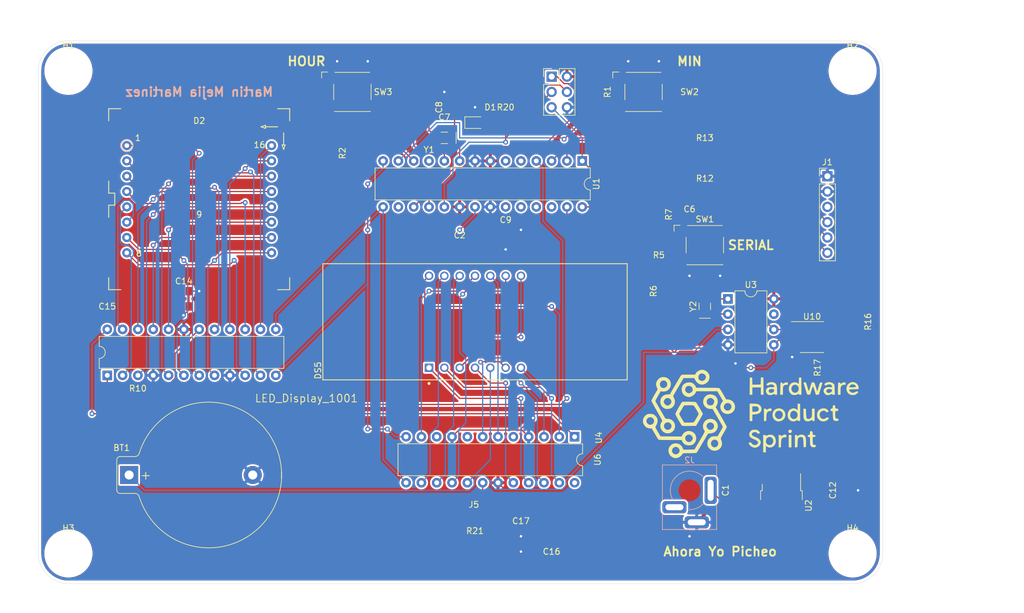
<source format=kicad_pcb>
(kicad_pcb (version 20211014) (generator pcbnew)
  (layers (0 "F.Cu" signal) (31 "B.Cu" signal) (34 "B.Paste" user) (35 "F.Paste" user) (36 "B.SilkS" user "B.Silkscreen") (37 "F.SilkS" user "F.Silkscreen") (38 "B.Mask" user) (39 "F.Mask" user) (44 "Edge.Cuts" user))
  (net 0 "")
  (net 1 "Net-(BT1-Pad1)")
  (net 2 "GND")
  (net 3 "Net-(C1-Pad2)")
  (net 4 "Net-(C2-Pad1)")
  (net 5 "Net-(C6-Pad1)")
  (net 6 "Net-(C6-Pad2)")
  (net 7 "Net-(C7-Pad2)")
  (net 8 "Net-(C8-Pad2)")
  (net 9 "VCC")
  (net 10 "Net-(D1-Pad2)")
  (net 11 "Net-(U4-Pad17)")
  (net 12 "Net-(U4-Pad15)")
  (net 13 "Net-(U4-Pad23)")
  (net 14 "Net-(U4-Pad21)")
  (net 15 "Net-(D2-Pad11)")
  (net 16 "Net-(U4-Pad22)")
  (net 17 "Net-(U4-Pad16)")
  (net 18 "Net-(U4-Pad14)")
  (net 19 "Net-(DS5-Pad1)")
  (net 20 "Net-(DS5-Pad2)")
  (net 21 "Net-(DS5-Pad3)")
  (net 22 "Net-(DS5-Pad4)")
  (net 23 "Net-(DS5-Pad5)")
  (net 24 "Net-(DS5-Pad6)")
  (net 25 "Net-(DS5-Pad7)")
  (net 26 "Net-(DS5-Pad9)")
  (net 27 "Net-(DS5-Pad10)")
  (net 28 "Net-(DS5-Pad11)")
  (net 29 "Net-(DS5-Pad12)")
  (net 30 "Net-(DS5-Pad13)")
  (net 31 "Net-(DS5-Pad14)")
  (net 32 "Net-(J1-Pad5)")
  (net 33 "Net-(J1-Pad4)")
  (net 36 "MISO")
  (net 37 "LED_SCK")
  (net 38 "Reset")
  (net 39 "RXD")
  (net 40 "SCA")
  (net 41 "SCL")
  (net 42 "TXD")
  (net 43 "Net-(R10-Pad2)")
  (net 44 "D1")
  (net 45 "D2")
  (net 46 "Net-(R16-Pad2)")
  (net 47 "Net-(R17-Pad2)")
  (net 48 "D4")
  (net 49 "Net-(R21-Pad2)")
  (net 50 "D3")
  (net 51 "DISP_CLK")
  (net 52 "D5")
  (net 53 "D0")
  (net 54 "D6")
  (net 55 "D7")
  (net 58 "MOSI")
  (net 60 "BTN_HR")
  (net 62 "BTN_MIN")
  (net 63 "DIN")
  (net 64 "DISP_LOAD")
  (net 65 "Net-(U3-Pad1)")
  (net 66 "Net-(U3-Pad2)")
  (net 68 "DinMAX")
  (footprint "footprints:C_0805_2012Metric" (layer "F.Cu") (at 190.5 81.28 180)
    (fp_text reference "C6")
    (fp_text value "100n")
  )
  (footprint "footprints:SOIC-8_3.9x4.9mm_P1.27mm" (layer "F.Cu") (at 208.28 104.14)
    (fp_text reference "U10")
    (fp_text value "ADT7410")
  )
  (footprint "footprints:MountingHole_3.2mm_M3" (layer "F.Cu") (at 215 140)
    (fp_text reference "H4")
    (fp_text value "MountingHole")
  )
  (footprint "footprints:R_0805_2012Metric" (layer "F.Cu") (at 157.48 68.58 180)
    (fp_text reference "R20")
    (fp_text value "R_0805_2.2K")
  )
  (footprint "footprints:C_0805_2012Metric" (layer "F.Cu") (at 157.48 139.7)
    (fp_text reference "C16")
    (fp_text value "C_0805_0.1uf")
  )
  (footprint "footprints:C_0805_2012Metric" (layer "F.Cu") (at 104.14 99.06)
    (fp_text reference "C15")
    (fp_text value "C_0805_10uf")
  )
  (footprint "footprints:PinHeader_1x06_P2.54mm_Vertical" (layer "F.Cu") (at 210.82 77.47)
    (fp_text reference "J1")
    (fp_text value "Conn_01x06")
  )
  (footprint "footprints:R_0805_2012Metric" (layer "F.Cu") (at 182.88 83.82 -90)
    (fp_text reference "R7")
    (fp_text value "10K")
  )
  (footprint "footprints:C_0805_2012Metric" (layer "F.Cu") (at 149.86 88.9)
    (fp_text reference "C2")
    (fp_text value "C_0805_0.1uf")
  )
  (footprint "footprints:R_0805_2012Metric" (layer "F.Cu") (at 132.08 73.66 90)
    (fp_text reference "R2")
    (fp_text value "R_0805_10K")
  )
  (footprint "footprints:C_0805_2012Metric" (layer "F.Cu") (at 157.48 86.36)
    (fp_text reference "C9")
    (fp_text value "C_0805_0.1uf")
  )
  (footprint "footprints:LED_0805_2012Metric" (layer "F.Cu") (at 152.4 68.58)
    (fp_text reference "D1")
    (fp_text value "LED_0805")
  )
  (footprint "footprints:Crystal_SMD_2Pin_3.2x1.5mm" (layer "F.Cu") (at 190.5 99.06 90)
    (fp_text reference "Y2")
    (fp_text value "Crystal_32768Hz")
  )
  (footprint "footprints:C_0805_2012Metric" (layer "F.Cu") (at 149.86 66.04 180)
    (fp_text reference "C7")
    (fp_text value "22p")
  )
  (footprint "footprints:Crystal_SMD_2Pin_3.2x1.5mm" (layer "F.Cu") (at 147.32 71.12 180)
    (fp_text reference "Y1")
    (fp_text value "Crystal")
  )
  (footprint "footprints:DIP-8_W7.62mm" (layer "F.Cu") (at 194.32 97.8)
    (fp_text reference "U3")
    (fp_text value "DS1307_DIP-8")
  )
  (footprint "footprints:KWM-30881CVB" (layer "F.Cu") (at 106.68 81.28)
    (fp_text reference "D2")
    (fp_text value "KWM-30881CVB")
  )
  (footprint "footprints:C_0805_2012Metric" (layer "F.Cu") (at 104.14 96.52)
    (fp_text reference "C14")
    (fp_text value "C_0805_0.1uf")
  )
  (footprint "footprints:R_0805_2012Metric" (layer "F.Cu") (at 180.34 96.52 -90)
    (fp_text reference "R6")
    (fp_text value "R_0805_4.7K")
  )
  (footprint "footprints:DIP-28_W7.62mm" (layer "F.Cu") (at 170.18 74.94 -90)
    (fp_text reference "U1")
    (fp_text value "ATmega328-PU")
  )
  (footprint "footprints:C_0805_2012Metric" (layer "F.Cu") (at 144.78 66.04 -90)
    (fp_text reference "C8")
    (fp_text value "22p")
  )
  (footprint "footprints:MountingHole_3.2mm_M3" (layer "F.Cu") (at 215 60)
    (fp_text reference "H2")
    (fp_text value "MountingHole")
  )
  (footprint "footprints:MountingHole_3.2mm_M3" (layer "F.Cu") (at 85 140)
    (fp_text reference "H3")
    (fp_text value "MountingHole")
  )
  (footprint "footprints:R_0805_2012Metric" (layer "F.Cu") (at 154.94 134.62 180)
    (fp_text reference "R21")
    (fp_text value "R_0805_22K")
  )
  (footprint "footprints:BatteryHolder_Keystone_106_1x20mm" (layer "F.Cu") (at 95.066314 127.000017)
    (fp_text reference "BT1")
    (fp_text value "Battery_Cell")
  )
  (footprint "footprints:TO-252-2" (layer "F.Cu") (at 203.2 132.08 -90)
    (fp_text reference "U2")
    (fp_text value "L7805")
  )
  (footprint "footprints:HPS_logo" (layer "F.Cu") (at 198.12 116.84)
    (fp_text reference "G***" hide)
    (fp_text value "LOGO" hide)
  )
  (footprint "footprints:R_0805_2012Metric" (layer "F.Cu") (at 172.72 66.04 -90)
    (fp_text reference "R1")
    (fp_text value "R_0805_10K")
  )
  (footprint "footprints:MountingHole_3.2mm_M3" (layer "F.Cu") (at 85 60)
    (fp_text reference "H1")
    (fp_text value "MountingHole")
  )
  (footprint "footprints:Adafruit-1001-0-0-MFG" (layer "F.Cu") (at 152.4 101.6 90)
    (fp_text reference "DS5")
    (fp_text value "LED_Display_1001")
  )
  (footprint "footprints:SW_SPST_Omron_B3FS-100xP" (layer "F.Cu") (at 190.5 88.9)
    (fp_text reference "SW1")
    (fp_text value "Omron_B3F_SPST")
  )
  (footprint "footprints:PinHeader_2x03_P2.54mm_Vertical" (layer "F.Cu") (at 165.1 60.96)
    (fp_text reference "J5")
    (fp_text value "Conn_02x03_Odd_Even")
  )
  (footprint "footprints:R_0805_2012Metric" (layer "F.Cu") (at 210.82 109.22 90)
    (fp_text reference "R17")
    (fp_text value "R_0805_10K")
  )
  (footprint "footprints:DIP-24_W7.62mm" (layer "F.Cu") (at 168.915 120.66 -90)
    (fp_text reference "U6")
    (fp_text value "MAX7219")
  )
  (footprint "footprints:C_0805_2012Metric" (layer "F.Cu") (at 157.48 137.16)
    (fp_text reference "C17")
    (fp_text value "C_0805_10uf")
  )
  (footprint "footprints:SW_SPST_Omron_B3FS-100xP" (layer "F.Cu") (at 180.34 63.5)
    (fp_text reference "SW2")
    (fp_text value "Omron_B3F_SPST")
  )
  (footprint "footprints:R_0805_2012Metric" (layer "F.Cu") (at 182.88 88.9 180)
    (fp_text reference "R5")
    (fp_text value "R_0805_4.7K")
  )
  (footprint "footprints:R_0805_2012Metric" (layer "F.Cu") (at 190.5 73.66 180)
    (fp_text reference "R13")
    (fp_text value "R_0805_47")
  )
  (footprint "footprints:SW_SPST_Omron_B3FS-100xP" (layer "F.Cu") (at 132.08 63.5)
    (fp_text reference "SW3")
    (fp_text value "Omron_B3F_SPST")
  )
  (footprint "footprints:C_0805_2012Metric" (layer "F.Cu") (at 213.36 129.54 90)
    (fp_text reference "C12")
    (fp_text value "C_0805_0.1uf")
  )
  (footprint "footprints:DIP-24_W7.62mm" (layer "F.Cu") (at 91.44 110.48 90)
    (fp_text reference "U4")
    (fp_text value "MAX7219")
  )
  (footprint "footprints:C_0805_2012Metric" (layer "F.Cu") (at 195.58 132.08 90)
    (fp_text reference "C1")
    (fp_text value "C_0805_1uf")
  )
  (footprint "footprints:R_0805_2012Metric" (layer "F.Cu") (at 190.5 76.2 180)
    (fp_text reference "R12")
    (fp_text value "R_0805_47")
  )
  (footprint "footprints:R_0805_2012Metric" (layer "F.Cu") (at 96.52 114.3)
    (fp_text reference "R10")
    (fp_text value "R_0805_22K")
  )
  (footprint "footprints:R_0805_2012Metric" (layer "F.Cu") (at 215.9 101.6 -90)
    (fp_text reference "R16")
    (fp_text value "R_0805_10K")
  )
  (footprint "footprints:Wurth-694106402002" (layer "B.Cu") (at 187.96 129.54 180)
    (fp_text reference "J2")
    (fp_text value "Power_inlet_vertical" hide)
  )
  (gr_line locked (start 220 60) (end 220 140) (layer "Edge.Cuts") (width 0.05))
  (gr_line locked (start 80 60) (end 80 140) (layer "Edge.Cuts") (width 0.05))
  (gr_arc locked (start 80 60) (mid 81.464466 56.464466) (end 85 55) (layer "Edge.Cuts") (width 0.05))
  (gr_arc locked (start 85 145) (mid 81.464466 143.535534) (end 80 140) (layer "Edge.Cuts") (width 0.05))
  (gr_arc locked (start 220 140) (mid 218.535534 143.535534) (end 215 145) (layer "Edge.Cuts") (width 0.05))
  (gr_line locked (start 215 55) (end 85 55) (layer "Edge.Cuts") (width 0.05))
  (gr_arc locked (start 215 55) (mid 218.535534 56.464466) (end 220 60) (layer "Edge.Cuts") (width 0.05))
  (gr_line locked (start 215 145) (end 85 145) (layer "Edge.Cuts") (width 0.05))
  (gr_text "Martin Mejia Martinez\n" (at 106.68 63.5) (layer "B.SilkS") (effects (font (size 1.5 1.5) (thickness 0.3)) (justify mirror)))
  (gr_text "Ahora Yo Picheo" (at 193.04 139.7) (layer "F.SilkS") (effects (font (size 1.5 1.5) (thickness 0.3))))
  (gr_text "MIN\n" (at 187.96 58.42) (layer "F.SilkS") (effects (font (size 1.5 1.5) (thickness 0.3))))
  (gr_text "SERIAL\n" (at 198.12 88.9) (layer "F.SilkS") (effects (font (size 1.5 1.5) (thickness 0.3))))
  (gr_text "HOUR\n" (at 124.46 58.42) (layer "F.SilkS") (effects (font (size 1.5 1.5) (thickness 0.3))))
  (segment (start 155.110689 128.737422) (end 155.110689 128.153956) (width 0.2032) (layer "B.Cu") (net 1))
  (segment (start 180.34 114.961889) (end 180.34 106.68) (width 0.2032) (layer "B.Cu") (net 1))
  (segment (start 153.956733 127) (end 152.989058 127) (width 0.2032) (layer "B.Cu") (net 1))
  (segment (start 152.239311 128.737422) (end 151.436733 129.54) (width 0.2032) (layer "B.Cu") (net 1))
  (segment (start 192.421889 102.88) (end 188.621889 106.68) (width 0.2032) (layer "B.Cu") (net 1))
  (segment (start 152.239311 127.749747) (end 152.239311 128.737422) (width 0.2032) (layer "B.Cu") (net 1))
  (segment (start 188.621889 106.68) (end 180.34 106.68) (width 0.2032) (layer "B.Cu") (net 1))
  (segment (start 166.832422 129.384311) (end 155.757578 129.384311) (width 0.2032) (layer "B.Cu") (net 1))
  (segment (start 167.479311 127.822578) (end 167.479311 128.737422) (width 0.2032) (layer "B.Cu") (net 1))
  (segment (start 155.110689 128.153956) (end 153.956733 127) (width 0.2032) (layer "B.Cu") (net 1))
  (segment (start 167.479311 128.737422) (end 166.832422 129.384311) (width 0.2032) (layer "B.Cu") (net 1))
  (segment (start 155.757578 129.384311) (end 155.110689 128.737422) (width 0.2032) (layer "B.Cu") (net 1))
  (segment (start 97.606297 129.54) (end 95.066314 127.000017) (width 0.2032) (layer "B.Cu") (net 1))
  (segment (start 194.32 102.88) (end 192.421889 102.88) (width 0.2032) (layer "B.Cu") (net 1))
  (segment (start 151.436733 129.54) (end 97.606297 129.54) (width 0.2032) (layer "B.Cu") (net 1))
  (segment (start 167.479311 127.822578) (end 180.34 114.961889) (width 0.2032) (layer "B.Cu") (net 1))
  (segment (start 152.989058 127) (end 152.239311 127.749747) (width 0.2032) (layer "B.Cu") (net 1))
  (segment (start 149.699311 119.555689) (end 148.595 120.66) (width 0.2032) (layer "F.Cu") (net 2))
  (segment (start 206.40932 104.17068) (end 210.08932 104.17068) (width 0.2032) (layer "F.Cu") (net 2))
  (segment (start 186.5 92.52) (end 187.96 93.98) (width 0.2032) (layer "F.Cu") (net 2))
  (segment (start 203.2 134.179996) (end 209.56999 134.179996) (width 0.508) (layer "F.Cu") (net 2))
  (segment (start 205.805 106.045) (end 205.805 106.615) (width 0.2032) (layer "F.Cu") (net 2))
  (segment (start 160.02 86.36) (end 158.33 86.36) (width 0.2032) (layer "F.Cu") (net 2))
  (segment (start 176.34 59.88) (end 177.8 58.42) (width 0.2032) (layer "F.Cu") (net 2))
  (segment (start 104.99 99.592562) (end 104.063822 100.51874) (width 0.2032) (layer "F.Cu") (net 2))
  (segment (start 205.74 106.68) (end 204.972541 107.447459) (width 0.2032) (layer "F.Cu") (net 2))
  (segment (start 205.805 106.615) (end 205.74 106.68) (width 0.2032) (layer "F.Cu") (net 2))
  (segment (start 146.47 63.5) (end 147.32 63.5) (width 0.2032) (layer "F.Cu") (net 2))
  (segment (start 213.36 130.39) (end 215.05 130.39) (width 0.2032) (layer "F.Cu") (net 2))
  (segment (start 189.16 134.84) (end 189.16 135.96) (width 0.2032) (layer "F.Cu") (net 2))
  (segment (start 144.78 65.19) (end 146.47 63.5) (width 0.2032) (layer "F.Cu") (net 2))
  (segment (start 160.02 119.385) (end 160.190689 119.555689) (width 0.2032) (layer "F.Cu") (net 2))
  (segment (start 195.58 132.930011) (end 201.94999 132.930011) (width 0.508) (layer "F.Cu") (net 2))
  (segment (start 104.99 96.52) (end 106.68 96.52) (width 0.2032) (layer "F.Cu") (net 2))
  (segment (start 150.71 88.9) (end 151.4207 89.6107) (width 0.2032) (layer "F.Cu") (net 2))
  (segment (start 194.32 107.2493) (end 195.58 108.5093) (width 0.2032) (layer "F.Cu") (net 2))
  (segment (start 150.71 66.04) (end 150.71 65.915) (width 0.2032) (layer "F.Cu") (net 2))
  (segment (start 158.33 137.16) (end 160.02 137.16) (width 0.2032) (layer "F.Cu") (net 2))
  (segment (start 205.805 104.775) (end 205.805 106.045) (width 0.2032) (layer "F.Cu") (net 2))
  (segment (start 209.56999 134.179996) (end 213.36 130.390011) (width 0.508) (layer "F.Cu") (net 2))
  (segment (start 210.08932 104.17068) (end 210.755 103.505) (width 0.2032) (layer "F.Cu") (net 2))
  (segment (start 194.5 92.52) (end 193.04 93.98) (width 0.2032) (layer "F.Cu") (net 2))
  (segment (start 136.08 59.88) (end 134.62 58.42) (width 0.2032) (layer "F.Cu") (net 2))
  (segment (start 184.34 61.25) (end 184.34 59.88) (width 0.2032) (layer "F.Cu") (net 2))
  (segment (start 176.34 59.88) (end 176.34 61.25) (width 0.2032) (layer "F.Cu") (net 2))
  (segment (start 160.190689 119.555689) (end 161.295 120.66) (width 0.2032) (layer "F.Cu") (net 2))
  (segment (start 160.02 119.38) (end 161.8493 117.5507) (width 0.2032) (layer "F.Cu") (net 2))
  (segment (start 136.08 59.88) (end 136.08 61.25) (width 0.2032) (layer "F.Cu") (net 2))
  (segment (start 189.159998 134.839989) (end 191.070001 132.930011) (width 0.508) (layer "F.Cu") (net 2))
  (segment (start 194.32 105.42) (end 194.32 107.2493) (width 0.2032) (layer "F.Cu") (net 2))
  (segment (start 160.190689 119.555689) (end 149.699311 119.555689) (width 0.2032) (layer "F.Cu") (net 2))
  (segment (start 128.08 59.88) (end 129.54 58.42) (width 0.2032) (layer "F.Cu") (net 2))
  (segment (start 184.34 59.88) (end 182.88 58.42) (width 0.2032) (layer "F.Cu") (net 2))
  (segment (start 104.99 96.52) (end 104.99 99.06) (width 0.2032) (layer "F.Cu") (net 2))
  (segment (start 205.805 104.775) (end 206.40932 104.17068) (width 0.2032) (layer "F.Cu") (net 2))
  (segment (start 128.08 61.25) (end 128.08 59.88) (width 0.2032) (layer "F.Cu") (net 2))
  (segment (start 150.71 65.915) (end 148.295 63.5) (width 0.2032) (layer "F.Cu") (net 2))
  (segment (start 151.4207 89.6107) (end 157.48 89.6107) (width 0.2032) (layer "F.Cu") (net 2))
  (segment (start 189.16 135.96) (end 187.96 137.16) (width 0.2032) (layer "F.Cu") (net 2))
  (segment (start 194.5 91.15) (end 194.5 92.52) (width 0.2032) (layer "F.Cu") (net 2))
  (segment (start 160.02 119.385) (end 160.02 119.38) (width 0.2032) (layer "F.Cu") (net 2))
  (segment (start 161.8493 117.5507) (end 162.019989 117.5507) (width 0.2032) (layer "F.Cu") (net 2))
  (segment (start 186.5 92.52) (end 186.5 91.15) (width 0.2032) (layer "F.Cu") (net 2))
  (segment (start 191.070001 132.930011) (end 195.58 132.930011) (width 0.508) (layer "F.Cu") (net 2))
  (segment (start 158.33 139.7) (end 160.02 139.7) (width 0.2032) (layer "F.Cu") (net 2))
  (segment (start 151.4625 68.58) (end 152.4 67.6425) (width 0.2032) (layer "F.Cu") (net 2))
  (segment (start 152.4 67.6425) (end 152.4 66.04) (width 0.2032) (layer "F.Cu") (net 2))
  (segment (start 215.05 130.39) (end 215.9 129.54) (width 0.2032) (layer "F.Cu") (net 2))
  (segment (start 148.295 63.5) (end 147.32 63.5) (width 0.2032) (layer "F.Cu") (net 2))
  (via (at 187.96 93.98) (size 0.8128) (drill 0.4064) (layers "F.Cu" "B.Cu") (net 2))
  (via (at 147.32 63.5) (size 0.8128) (drill 0.4064) (layers "F.Cu" "B.Cu") (net 2))
  (via (at 187.96 137.16) (size 0.8128) (drill 0.4064) (layers "F.Cu" "B.Cu") (net 2))
  (via (at 195.58 108.5093) (size 0.8128) (drill 0.4064) (layers "F.Cu" "B.Cu") (net 2))
  (via (at 193.04 93.98) (size 0.8128) (drill 0.4064) (layers "F.Cu" "B.Cu") (net 2))
  (via (at 134.62 58.42) (size 0.8128) (drill 0.4064) (layers "F.Cu" "B.Cu") (net 2))
  (via (at 157.48 89.6107) (size 0.8128) (drill 0.4064) (layers "F.Cu" "B.Cu") (net 2))
  (via (at 152.4 66.04) (size 0.8128) (drill 0.4064) (layers "F.Cu" "B.Cu") (net 2))
  (via (at 177.8 58.42) (size 0.8128) (drill 0.4064) (layers "F.Cu" "B.Cu") (net 2))
  (via (at 160.02 86.36) (size 0.8128) (drill 0.4064) (layers "F.Cu" "B.Cu") (net 2))
  (via (at 104.063822 100.51874) (size 0.8128) (drill 0.4064) (layers "F.Cu" "B.Cu") (net 2))
  (via (at 160.02 137.16) (size 0.8128) (drill 0.4064) (layers "F.Cu" "B.Cu") (net 2))
  (via (at 129.54 58.42) (size 0.8128) (drill 0.4064) (layers "F.Cu" "B.Cu") (net 2))
  (via (at 204.972541 107.447459) (size 0.8128) (drill 0.4064) (layers "F.Cu" "B.Cu") (net 2))
  (via (at 162.019989 117.5507) (size 0.8128) (drill 0.4064) (layers "F.Cu" "B.Cu") (net 2))
  (via (at 182.88 58.42) (size 0.8128) (drill 0.4064) (layers "F.Cu" "B.Cu") (net 2))
  (via (at 215.9 129.54) (size 0.8128) (drill 0.4064) (layers "F.Cu" "B.Cu") (net 2))
  (via (at 106.68 96.52) (size 0.8128) (drill 0.4064) (layers "F.Cu" "B.Cu") (net 2))
  (via (at 160.02 139.7) (size 0.8128) (drill 0.4064) (layers "F.Cu" "B.Cu") (net 2))
  (segment (start 204.075689 126.475689) (end 198.644311 126.475689) (width 0.2032) (layer "F.Cu") (net 3))
  (segment (start 205.48 127.88) (end 204.075689 126.475689) (width 0.2032) (layer "F.Cu") (net 3))
  (segment (start 193.15 131.23) (end 195.58 131.23) (width 0.2032) (layer "F.Cu") (net 3))
  (segment (start 191.46 129.54) (end 193.15 131.23) (width 0.2032) (layer "F.Cu") (net 3))
  (segment (start 195.58 129.54) (end 195.58 131.23) (width 0.2032) (layer "F.Cu") (net 3))
  (segment (start 198.644311 126.475689) (end 195.58 129.54) (width 0.2032) (layer "F.Cu") (net 3))
  (segment (start 149.01 88.9) (end 149.01 87.21) (width 0.2032) (layer "F.Cu") (net 4))
  (segment (start 149.01 87.21) (end 149.86 86.36) (width 0.2032) (layer "F.Cu") (net 4))
  (via (at 149.86 86.36) (size 0.8128) (drill 0.4064) (layers "F.Cu" "B.Cu") (net 4))
  (segment (start 152.4 83.82) (end 152.4 82.56) (width 0.2032) (layer "B.Cu") (net 4))
  (segment (start 149.86 86.36) (end 152.4 83.82) (width 0.2032) (layer "B.Cu") (net 4))
  (segment (start 201.93 81.28) (end 210.82 90.17) (width 0.2032) (layer "F.Cu") (net 5))
  (segment (start 191.35 81.28) (end 201.93 81.28) (width 0.2032) (layer "F.Cu") (net 5))
  (segment (start 189.65 81.405) (end 194.5 86.255) (width 0.2032) (layer "F.Cu") (net 6))
  (segment (start 149.86 74.94) (end 149.86 72.41) (width 0.2032) (layer "F.Cu") (net 7))
  (segment (start 149.01 66.04) (end 149.01 70.68) (width 0.2032) (layer "F.Cu") (net 7))
  (segment (start 149.01 70.68) (end 148.57 71.12) (width 0.2032) (layer "F.Cu") (net 7))
  (segment (start 149.86 72.41) (end 148.57 71.12) (width 0.2032) (layer "F.Cu") (net 7))
  (segment (start 144.78 66.89) (end 144.78 69.83) (width 0.2032) (layer "F.Cu") (net 8))
  (segment (start 144.78 69.83) (end 146.07 71.12) (width 0.2032) (layer "F.Cu") (net 8))
  (segment (start 147.32 74.94) (end 147.32 72.37) (width 0.2032) (layer "F.Cu") (net 8))
  (segment (start 147.32 72.37) (end 146.07 71.12) (width 0.2032) (layer "F.Cu") (net 8))
  (segment (start 157.48 129.54) (end 157.475 129.54) (width 0.2032) (layer "F.Cu") (net 9))
  (segment (start 149.86 83.82) (end 149.86 82.56) (width 0.2032) (layer "F.Cu") (net 9))
  (segment (start 156.63 86.36) (end 152.4 86.36) (width 0.2032) (layer "F.Cu") (net 9))
  (segment (start 156.63 137.16) (end 156.63 130.39) (width 0.2032) (layer "F.Cu") (net 9))
  (segment (start 152.4 86.36) (end 149.86 83.82) (width 0.2032) (layer "F.Cu") (net 9))
  (segment (start 103.29 96.52) (end 103.29 99.06) (width 0.2032) (layer "F.Cu") (net 9))
  (segment (start 104.14 101.6) (end 103.29 100.75) (width 0.2032) (layer "F.Cu") (net 9))
  (segment (start 156.63 137.16) (end 156.63 139.7) (width 0.2032) (layer "F.Cu") (net 9))
  (segment (start 95.67 114.3) (end 95.67 114.425) (width 0.2032) (layer "F.Cu") (net 9))
  (segment (start 156.63 130.39) (end 157.48 129.54) (width 0.2032) (layer "F.Cu") (net 9))
  (segment (start 103.29 100.75) (end 103.29 99.06) (width 0.2032) (layer "F.Cu") (net 9))
  (segment (start 104.14 102.86) (end 104.14 101.6) (width 0.2032) (layer "F.Cu") (net 9))
  (segment (start 157.475 129.54) (end 156.215 128.28) (width 0.2032) (layer "F.Cu") (net 9))
  (segment (start 153.3375 68.58) (end 156.63 68.58) (width 0.2032) (layer "F.Cu") (net 10))
  (segment (start 94.68 77.47) (end 96.660711 79.450711) (width 0.2032) (layer "F.Cu") (net 11))
  (segment (start 96.660711 79.450711) (end 109.068589 79.450711) (width 0.2032) (layer "F.Cu") (net 11))
  (segment (start 109.068589 79.450711) (end 109.22 79.2993) (width 0.2032) (layer "F.Cu") (net 11))
  (via (at 109.22 79.2993) (size 0.8128) (drill 0.4064) (layers "F.Cu" "B.Cu") (net 11))
  (segment (start 109.22 79.2993) (end 109.930711 80.010011) (width 0.2032) (layer "B.Cu") (net 11))
  (segment (start 109.930711 80.010011) (end 109.930711 102.149289) (width 0.2032) (layer "B.Cu") (net 11))
  (segment (start 109.930711 102.149289) (end 109.22 102.86) (width 0.2032) (layer "B.Cu") (net 11))
  (segment (start 96.660711 81.990711) (end 113.589289 81.990711) (width 0.2032) (layer "F.Cu") (net 12))
  (segment (start 113.589289 81.990711) (end 113.7407 81.8393) (width 0.2032) (layer "F.Cu") (net 12))
  (segment (start 94.68 80.01) (end 96.660711 81.990711) (width 0.2032) (layer "F.Cu") (net 12))
  (segment (start 113.7407 81.8393) (end 114.3 81.8393) (width 0.2032) (layer "F.Cu") (net 12))
  (via (at 114.3 81.8393) (size 0.8128) (drill 0.4064) (layers "F.Cu" "B.Cu") (net 12))
  (segment (start 114.3 81.8393) (end 114.3 102.86) (width 0.2032) (layer "B.Cu") (net 12))
  (segment (start 95.746311 84.023689) (end 95.746311 82.108318) (width 0.2032) (layer "B.Cu") (net 13))
  (segment (start 94.68 85.09) (end 95.746311 84.023689) (width 0.2032) (layer "B.Cu") (net 13))
  (segment (start 94.238318 81.483689) (end 93.207769 82.514238) (width 0.2032) (layer "B.Cu") (net 13))
  (segment (start 95.121682 81.483689) (end 94.238318 81.483689) (width 0.2032) (layer "B.Cu") (net 13))
  (segment (start 93.207769 102.087769) (end 93.98 102.86) (width 0.2032) (layer "B.Cu") (net 13))
  (segment (start 95.746311 82.108318) (end 95.121682 81.483689) (width 0.2032) (layer "B.Cu") (net 13))
  (segment (start 93.207769 82.514238) (end 93.207769 102.087769) (width 0.2032) (layer "B.Cu") (net 13))
  (segment (start 118.68 87.63) (end 100.33 87.63) (width 0.2032) (layer "F.Cu") (net 14))
  (segment (start 100.33 87.63) (end 99.06 88.9) (width 0.2032) (layer "F.Cu") (net 14))
  (via (at 99.06 88.9) (size 0.8128) (drill 0.4064) (layers "F.Cu" "B.Cu") (net 14))
  (segment (start 99.06 88.9) (end 99.06 102.86) (width 0.2032) (layer "B.Cu") (net 14))
  (segment (start 102.87 85.09) (end 101.6 86.36) (width 0.2032) (layer "F.Cu") (net 15))
  (segment (start 118.68 85.09) (end 102.87 85.09) (width 0.2032) (layer "F.Cu") (net 15))
  (via (at 101.6 86.36) (size 0.8128) (drill 0.4064) (layers "F.Cu" "B.Cu") (net 15))
  (segment (start 101.6 86.36) (end 101.6 102.86) (width 0.2032) (layer "B.Cu") (net 15))
  (segment (start 100.33 80.01) (end 99.06 81.28) (width 0.2032) (layer "F.Cu") (net 16))
  (segment (start 118.68 80.01) (end 100.33 80.01) (width 0.2032) (layer "F.Cu") (net 16))
  (via (at 99.06 81.28) (size 0.8128) (drill 0.4064) (layers "F.Cu" "B.Cu") (net 16))
  (segment (start 96.52 83.82) (end 96.52 102.86) (width 0.2032) (layer "B.Cu") (net 16))
  (segment (start 99.06 81.28) (end 96.52 83.82) (width 0.2032) (layer "B.Cu") (net 16))
  (segment (start 115.57 74.93) (end 114.3 76.2) (width 0.2032) (layer "F.Cu") (net 17))
  (segment (start 118.68 74.93) (end 115.57 74.93) (width 0.2032) (layer "F.Cu") (net 17))
  (via (at 114.3 76.2) (size 0.8128) (drill 0.4064) (layers "F.Cu" "B.Cu") (net 17))
  (segment (start 111.76 78.74) (end 111.76 102.86) (width 0.2032) (layer "B.Cu") (net 17))
  (segment (start 114.3 76.2) (end 111.76 78.74) (width 0.2032) (layer "B.Cu") (net 17))
  (segment (start 118.68 72.39) (end 116.84 74.23) (width 0.2032) (layer "B.Cu") (net 18))
  (segment (start 116.84 74.23) (end 116.84 102.86) (width 0.2032) (layer "B.Cu") (net 18))
  (segment (start 144.78 109.22) (end 149.86 114.3) (width 0.2032) (layer "F.Cu") (net 19))
  (segment (start 149.86 114.3) (end 160.02 114.3) (width 0.2032) (layer "F.Cu") (net 19))
  (via (at 160.02 114.3) (size 0.8128) (drill 0.4064) (layers "F.Cu" "B.Cu") (net 19))
  (segment (start 160.02 127.005) (end 161.295 128.28) (width 0.2032) (layer "B.Cu") (net 19))
  (segment (start 160.02 114.3) (end 160.02 127.005) (width 0.2032) (layer "B.Cu") (net 19))
  (segment (start 147.32 109.22) (end 150.570711 112.470711) (width 0.2032) (layer "F.Cu") (net 20))
  (segment (start 163.270711 112.470711) (end 165.1 114.3) (width 0.2032) (layer "F.Cu") (net 20))
  (segment (start 150.570711 112.470711) (end 163.270711 112.470711) (width 0.2032) (layer "F.Cu") (net 20))
  (via (at 165.1 114.3) (size 0.8128) (drill 0.4064) (layers "F.Cu" "B.Cu") (net 20))
  (segment (start 165.1 127.005) (end 166.375 128.28) (width 0.2032) (layer "B.Cu") (net 20))
  (segment (start 165.1 114.3) (end 165.1 127.005) (width 0.2032) (layer "B.Cu") (net 20))
  (segment (start 159.015689 109.335378) (end 159.015689 110.755689) (width 0.2032) (layer "F.Cu") (net 21))
  (segment (start 154.94 104.14) (end 160.02 104.14) (width 0.2032) (layer "F.Cu") (net 21))
  (segment (start 149.86 109.22) (end 151.496386 107.583614) (width 0.2032) (layer "F.Cu") (net 21))
  (segment (start 151.496386 107.583614) (end 157.263925 107.583614) (width 0.2032) (layer "F.Cu") (net 21))
  (segment (start 157.263925 107.583614) (end 159.015689 109.335378) (width 0.2032) (layer "F.Cu") (net 21))
  (segment (start 149.86 109.22) (end 154.94 104.14) (width 0.2032) (layer "F.Cu") (net 21))
  (segment (start 159.015689 110.755689) (end 160.02 111.76) (width 0.2032) (layer "F.Cu") (net 21))
  (via (at 160.02 111.76) (size 0.8128) (drill 0.4064) (layers "F.Cu" "B.Cu") (net 21))
  (via (at 160.02 104.14) (size 0.8128) (drill 0.4064) (layers "F.Cu" "B.Cu") (net 21))
  (segment (start 160.02 111.76) (end 162.730689 114.470689) (width 0.2032) (layer "B.Cu") (net 21))
  (segment (start 160.02 104.14) (end 160.02 93.98) (width 0.2032) (layer "B.Cu") (net 21))
  (segment (start 162.730689 127.175689) (end 163.835 128.28) (width 0.2032) (layer "B.Cu") (net 21))
  (segment (start 162.730689 114.470689) (end 162.730689 127.175689) (width 0.2032) (layer "B.Cu") (net 21))
  (segment (start 152.4 109.22) (end 154.94 111.76) (width 0.2032) (layer "F.Cu") (net 22))
  (segment (start 154.94 111.76) (end 157.48 111.76) (width 0.2032) (layer "F.Cu") (net 22))
  (via (at 157.48 111.76) (size 0.8128) (drill 0.4064) (layers "F.Cu" "B.Cu") (net 22))
  (segment (start 157.48 127.005) (end 158.755 128.28) (width 0.2032) (layer "B.Cu") (net 22))
  (segment (start 157.48 111.76) (end 157.48 127.005) (width 0.2032) (layer "B.Cu") (net 22))
  (segment (start 154.94 109.22) (end 154.94 124.475) (width 0.2032) (layer "B.Cu") (net 23))
  (segment (start 154.94 124.475) (end 151.135 128.28) (width 0.2032) (layer "B.Cu") (net 23))
  (segment (start 153.404311 108.215689) (end 153.325675 108.294325) (width 0.2032) (layer "F.Cu") (net 24))
  (segment (start 156.475689 108.215689) (end 153.404311 108.215689) (width 0.2032) (layer "F.Cu") (net 24))
  (segment (start 157.48 109.22) (end 156.475689 108.215689) (width 0.2032) (layer "F.Cu") (net 24))
  (via (at 153.325675 108.294325) (size 0.8128) (drill 0.4064) (layers "F.Cu" "B.Cu") (net 24))
  (segment (start 153.325675 108.294325) (end 153.675 108.64365) (width 0.2032) (layer "B.Cu") (net 24))
  (segment (start 153.675 108.64365) (end 153.675 120.66) (width 0.2032) (layer "B.Cu") (net 24))
  (segment (start 163.835 113.035) (end 163.835 120.66) (width 0.2032) (layer "B.Cu") (net 25))
  (segment (start 160.02 109.22) (end 163.835 113.035) (width 0.2032) (layer "B.Cu") (net 25))
  (segment (start 157.48 93.98) (end 157.48 96.52) (width 0.2032) (layer "F.Cu") (net 26))
  (segment (start 150.865082 96.52) (end 150.362541 97.022541) (width 0.2032) (layer "F.Cu") (net 26))
  (segment (start 157.48 96.52) (end 150.865082 96.52) (width 0.2032) (layer "F.Cu") (net 26))
  (via (at 150.362541 97.022541) (size 0.8128) (drill 0.4064) (layers "F.Cu" "B.Cu") (net 26))
  (segment (start 149.699311 127.175689) (end 148.595 128.28) (width 0.2032) (layer "B.Cu") (net 26))
  (segment (start 149.86 106.68) (end 150.864311 107.684311) (width 0.2032) (layer "B.Cu") (net 26))
  (segment (start 150.864311 107.684311) (end 150.864311 118.375689) (width 0.2032) (layer "B.Cu") (net 26))
  (segment (start 149.86 97.525082) (end 149.86 106.68) (width 0.2032) (layer "B.Cu") (net 26))
  (segment (start 150.362541 97.022541) (end 149.86 97.525082) (width 0.2032) (layer "B.Cu") (net 26))
  (segment (start 149.699311 119.540689) (end 149.699311 127.175689) (width 0.2032) (layer "B.Cu") (net 26))
  (segment (start 150.864311 118.375689) (end 149.699311 119.540689) (width 0.2032) (layer "B.Cu") (net 26))
  (segment (start 154.94 93.98) (end 156.215 95.255) (width 0.2032) (layer "B.Cu") (net 27))
  (segment (start 156.215 95.255) (end 156.215 120.66) (width 0.2032) (layer "B.Cu") (net 27))
  (segment (start 149.86 96.52) (end 144.78 96.52) (width 0.2032) (layer "F.Cu") (net 28))
  (segment (start 152.4 93.98) (end 149.86 96.52) (width 0.2032) (layer "F.Cu") (net 28))
  (via (at 144.78 96.52) (size 0.8128) (drill 0.4064) (layers "F.Cu" "B.Cu") (net 28))
  (segment (start 143.515 97.785) (end 143.515 120.66) (width 0.2032) (layer "B.Cu") (net 28))
  (segment (start 144.78 96.52) (end 143.515 97.785) (width 0.2032) (layer "B.Cu") (net 28))
  (segment (start 147.490689 120.202578) (end 147.490689 126.844311) (width 0.2032) (layer "B.Cu") (net 29))
  (segment (start 148.855689 118.837578) (end 147.490689 120.202578) (width 0.2032) (layer "B.Cu") (net 29))
  (segment (start 147.490689 126.844311) (end 146.055 128.28) (width 0.2032) (layer "B.Cu") (net 29))
  (segment (start 149.86 93.98) (end 148.855689 94.984311) (width 0.2032) (layer "B.Cu") (net 29))
  (segment (start 148.855689 94.984311) (end 148.855689 118.837578) (width 0.2032) (layer "B.Cu") (net 29))
  (segment (start 144.950689 120.202578) (end 144.950689 126.844311) (width 0.2032) (layer "B.Cu") (net 30))
  (segment (start 144.950689 126.844311) (end 143.515 128.28) (width 0.2032) (layer "B.Cu") (net 30))
  (segment (start 147.32 93.98) (end 146.315689 94.984311) (width 0.2032) (layer "B.Cu") (net 30))
  (segment (start 146.315689 118.837578) (end 144.950689 120.202578) (width 0.2032) (layer "B.Cu") (net 30))
  (segment (start 146.315689 94.984311) (end 146.315689 118.837578) (width 0.2032) (layer "B.Cu") (net 30))
  (segment (start 144.78 93.98) (end 144.069289 94.690711) (width 0.2032) (layer "F.Cu") (net 31))
  (segment (start 144.78 99.06) (end 165.1 99.06) (width 0.2032) (layer "F.Cu") (net 31))
  (segment (start 144.069289 98.349289) (end 144.78 99.06) (width 0.2032) (layer "F.Cu") (net 31))
  (segment (start 144.069289 94.690711) (end 144.069289 98.349289) (width 0.2032) (layer "F.Cu") (net 31))
  (via (at 165.1 99.06) (size 0.8128) (drill 0.4064) (layers "F.Cu" "B.Cu") (net 31))
  (segment (start 166.375 100.335) (end 166.375 120.66) (width 0.2032) (layer "B.Cu") (net 31))
  (segment (start 165.1 99.06) (end 166.375 100.335) (width 0.2032) (layer "B.Cu") (net 31))
  (segment (start 191.35 76.2) (end 199.39 76.2) (width 0.2032) (layer "F.Cu") (net 32))
  (segment (start 199.39 76.2) (end 210.82 87.63) (width 0.2032) (layer "F.Cu") (net 32))
  (segment (start 199.39 73.66) (end 210.82 85.09) (width 0.2032) (layer "F.Cu") (net 33))
  (segment (start 191.35 73.66) (end 199.39 73.66) (width 0.2032) (layer "F.Cu") (net 33))
  (segment (start 165.1 60.96) (end 166.007557 60.96) (width 0.2032) (layer "F.Cu") (net 36))
  (segment (start 144.78 82.56) (end 144.78 80.274902) (width 0.2032) (layer "F.Cu") (net 36))
  (segment (start 144.78 80.274902) (end 149.010591 76.044311) (width 0.2032) (layer "F.Cu") (net 36))
  (segment (start 150.317422 76.044311) (end 150.964311 75.397422) (width 0.2032) (layer "F.Cu") (net 36))
  (segment (start 150.964311 74.482578) (end 152.905478 72.541411) (width 0.2032) (layer "F.Cu") (net 36))
  (segment (start 149.010591 76.044311) (end 150.317422 76.044311) (width 0.2032) (layer "F.Cu") (net 36))
  (segment (start 152.905478 72.541411) (end 163.678589 72.541411) (width 0.2032) (layer "F.Cu") (net 36))
  (segment (start 166.007557 60.96) (end 167.161868 62.114311) (width 0.2032) (layer "F.Cu") (net 36))
  (segment (start 163.678589 72.541411) (end 170.18 66.04) (width 0.2032) (layer "F.Cu") (net 36))
  (segment (start 150.964311 75.397422) (end 150.964311 74.482578) (width 0.2032) (layer "F.Cu") (net 36))
  (segment (start 167.886754 62.114311) (end 170.18 64.407557) (width 0.2032) (layer "F.Cu") (net 36))
  (segment (start 167.161868 62.114311) (end 167.886754 62.114311) (width 0.2032) (layer "F.Cu") (net 36))
  (segment (start 170.18 64.407557) (end 170.18 66.04) (width 0.2032) (layer "F.Cu") (net 36))
  (segment (start 157.48 71.8307) (end 157.48 71.12) (width 0.2032) (layer "F.Cu") (net 37))
  (segment (start 157.48 69.43) (end 158.042972 68.867028) (width 0.2032) (layer "F.Cu") (net 37))
  (segment (start 165.1 63.5) (end 157.48 71.12) (width 0.2032) (layer "F.Cu") (net 37))
  (segment (start 157.48 71.12) (end 157.48 69.43) (width 0.2032) (layer "F.Cu") (net 37))
  (via (at 157.48 71.8307) (size 0.8128) (drill 0.4064) (layers "F.Cu" "B.Cu") (net 37))
  (segment (start 151.407567 71.8307) (end 157.48 71.8307) (width 0.2032) (layer "B.Cu") (net 37))
  (segment (start 148.755689 74.482578) (end 151.407567 71.8307) (width 0.2032) (layer "B.Cu") (net 37))
  (segment (start 148.755689 77.304311) (end 147.32 78.74) (width 0.2032) (layer "B.Cu") (net 37))
  (segment (start 147.32 78.74) (end 147.32 82.56) (width 0.2032) (layer "B.Cu") (net 37))
  (segment (start 148.755689 77.304311) (end 148.755689 74.482578) (width 0.2032) (layer "B.Cu") (net 37))
  (segment (start 182.88 84.67) (end 179.91 84.67) (width 0.2032) (layer "F.Cu") (net 38))
  (segment (start 186.5 86.65) (end 184.86 86.65) (width 0.2032) (layer "F.Cu") (net 38))
  (segment (start 184.86 86.65) (end 182.88 84.67) (width 0.2032) (layer "F.Cu") (net 38))
  (segment (start 179.91 84.67) (end 170.18 74.94) (width 0.2032) (layer "F.Cu") (net 38))
  (segment (start 165.1 66.04) (end 170.18 71.12) (width 0.2032) (layer "B.Cu") (net 38))
  (segment (start 170.18 71.12) (end 170.18 74.94) (width 0.2032) (layer "B.Cu") (net 38))
  (segment (start 169.088138 71.52592) (end 167.64 72.974058) (width 0.2032) (layer "F.Cu") (net 39))
  (segment (start 180.74592 71.52592) (end 169.088138 71.52592) (width 0.2032) (layer "F.Cu") (net 39))
  (segment (start 189.65 76.2) (end 185.42 76.2) (width 0.2032) (layer "F.Cu") (net 39))
  (segment (start 167.64 72.974058) (end 167.64 74.94) (width 0.2032) (layer "F.Cu") (net 39))
  (segment (start 185.42 76.2) (end 180.74592 71.52592) (width 0.2032) (layer "F.Cu") (net 39))
  (segment (start 205.805 103.505) (end 203.855 103.505) (width 0.2032) (layer "F.Cu") (net 40))
  (segment (start 203.855 103.505) (end 201.94 105.42) (width 0.2032) (layer "F.Cu") (net 40))
  (segment (start 190.794387 105.969289) (end 186.130711 105.969289) (width 0.2032) (layer "F.Cu") (net 40))
  (segment (start 185.42 106.68) (end 180.34 101.6) (width 0.2032) (layer "F.Cu") (net 40))
  (segment (start 194.045098 109.22) (end 190.794387 105.969289) (width 0.2032) (layer "F.Cu") (net 40))
  (segment (start 180.34 97.37) (end 180.215 97.37) (width 0.2032) (layer "F.Cu") (net 40))
  (segment (start 186.130711 105.969289) (end 185.42 106.68) (width 0.2032) (layer "F.Cu") (net 40))
  (segment (start 198.12 109.22) (end 194.045098 109.22) (width 0.2032) (layer "F.Cu") (net 40))
  (segment (start 167.64 84.795) (end 167.64 82.56) (width 0.2032) (layer "F.Cu") (net 40))
  (segment (start 180.34 101.6) (end 180.34 97.37) (width 0.2032) (layer "F.Cu") (net 40))
  (segment (start 180.215 97.37) (end 167.64 84.795) (width 0.2032) (layer "F.Cu") (net 40))
  (via (at 198.12 109.22) (size 0.8128) (drill 0.4064) (layers "F.Cu" "B.Cu") (net 40))
  (segment (start 201.94 107.94) (end 200.66 109.22) (width 0.2032) (layer "B.Cu") (net 40))
  (segment (start 201.94 105.42) (end 201.94 107.94) (width 0.2032) (layer "B.Cu") (net 40))
  (segment (start 200.66 109.22) (end 198.12 109.22) (width 0.2032) (layer "B.Cu") (net 40))
  (segment (start 171.46 82.56) (end 170.18 82.56) (width 0.2032) (layer "F.Cu") (net 41))
  (segment (start 201.94 102.88) (end 195.58 96.52) (width 0.2032) (layer "F.Cu") (net 41))
  (segment (start 182.03 88.9) (end 177.8 88.9) (width 0.2032) (layer "F.Cu") (net 41))
  (segment (start 205.16 102.88) (end 201.94 102.88) (width 0.2032) (layer "F.Cu") (net 41))
  (segment (start 195.58 96.52) (end 185.42 96.52) (width 0.2032) (layer "F.Cu") (net 41))
  (segment (start 185.42 96.52) (end 171.46 82.56) (width 0.2032) (layer "F.Cu") (net 41))
  (segment (start 205.805 102.235) (end 205.16 102.88) (width 0.2032) (layer "F.Cu") (net 41))
  (segment (start 182.88 71.12) (end 168.92 71.12) (width 0.2032) (layer "F.Cu") (net 42))
  (segment (start 189.65 73.66) (end 185.42 73.66) (width 0.2032) (layer "F.Cu") (net 42))
  (segment (start 185.42 73.66) (end 182.88 71.12) (width 0.2032) (layer "F.Cu") (net 42))
  (segment (start 168.92 71.12) (end 165.1 74.94) (width 0.2032) (layer "F.Cu") (net 42))
  (segment (start 102.704311 106.835689) (end 102.704311 110.937422) (width 0.2032) (layer "F.Cu") (net 43))
  (segment (start 106.68 102.86) (end 102.704311 106.835689) (width 0.2032) (layer "F.Cu") (net 43))
  (segment (start 99.341733 114.3) (end 97.37 114.3) (width 0.2032) (layer "F.Cu") (net 43))
  (segment (start 102.704311 110.937422) (end 99.341733 114.3) (width 0.2032) (layer "F.Cu") (net 43))
  (segment (start 94.68 74.93) (end 96.660711 76.910711) (width 0.2032) (layer "F.Cu") (net 44))
  (segment (start 115.018521 76.910711) (end 115.169932 76.7593) (width 0.2032) (layer "F.Cu") (net 44))
  (segment (start 96.660711 76.910711) (end 115.018521 76.910711) (width 0.2032) (layer "F.Cu") (net 44))
  (via (at 115.169932 76.7593) (size 0.8128) (drill 0.4064) (layers "F.Cu" "B.Cu") (net 44))
  (segment (start 115.735689 109.375689) (end 116.84 110.48) (width 0.2032) (layer "B.Cu") (net 44))
  (segment (start 115.169932 76.7593) (end 115.735689 77.325057) (width 0.2032) (layer "B.Cu") (net 44))
  (segment (start 115.735689 77.325057) (end 115.735689 109.375689) (width 0.2032) (layer "B.Cu") (net 44))
  (segment (start 94.68 87.63) (end 96.660711 89.610711) (width 0.2032) (layer "F.Cu") (net 45))
  (segment (start 102.310711 89.610711) (end 104.14 91.44) (width 0.2032) (layer "F.Cu") (net 45))
  (segment (start 96.660711 89.610711) (end 102.310711 89.610711) (width 0.2032) (layer "F.Cu") (net 45))
  (via (at 104.14 91.44) (size 0.8128) (drill 0.4064) (layers "F.Cu" "B.Cu") (net 45))
  (segment (start 103.035689 109.375689) (end 104.14 110.48) (width 0.2032) (layer "B.Cu") (net 45))
  (segment (start 104.774533 100.965467) (end 104.14 101.6) (width 0.2032) (layer "B.Cu") (net 45))
  (segment (start 103.838267 101.6) (end 103.035689 102.402578) (width 0.2032) (layer "B.Cu") (net 45))
  (segment (start 103.035689 102.402578) (end 103.035689 109.375689) (width 0.2032) (layer "B.Cu") (net 45))
  (segment (start 104.14 101.6) (end 103.838267 101.6) (width 0.2032) (layer "B.Cu") (net 45))
  (segment (start 104.14 91.44) (end 104.774533 92.074533) (width 0.2032) (layer "B.Cu") (net 45))
  (segment (start 104.774533 92.074533) (end 104.774533 100.965467) (width 0.2032) (layer "B.Cu") (net 45))
  (segment (start 215.9 102.45) (end 213.575 104.775) (width 0.2032) (layer "F.Cu") (net 46))
  (segment (start 213.575 104.775) (end 210.755 104.775) (width 0.2032) (layer "F.Cu") (net 46))
  (segment (start 210.82 108.37) (end 210.82 106.11) (width 0.2032) (layer "F.Cu") (net 47))
  (segment (start 100.33 82.55) (end 99.06 83.82) (width 0.2032) (layer "F.Cu") (net 48))
  (segment (start 118.68 82.55) (end 100.33 82.55) (width 0.2032) (layer "F.Cu") (net 48))
  (via (at 99.06 83.82) (size 0.8128) (drill 0.4064) (layers "F.Cu" "B.Cu") (net 48))
  (segment (start 99.06 83.82) (end 97.955689 84.924311) (width 0.2032) (layer "B.Cu") (net 48))
  (segment (start 97.955689 84.924311) (end 97.955689 109.044311) (width 0.2032) (layer "B.Cu") (net 48))
  (segment (start 97.955689 109.044311) (end 96.52 110.48) (width 0.2032) (layer "B.Cu") (net 48))
  (segment (start 153.675 128.28) (end 153.675 134.205) (width 0.2032) (layer "F.Cu") (net 49))
  (segment (start 105.41 72.39) (end 106.68 73.66) (width 0.2032) (layer "F.Cu") (net 50))
  (segment (start 94.68 72.39) (end 105.41 72.39) (width 0.2032) (layer "F.Cu") (net 50))
  (via (at 106.68 73.66) (size 0.8128) (drill 0.4064) (layers "F.Cu" "B.Cu") (net 50))
  (segment (start 105.575689 109.375689) (end 106.68 110.48) (width 0.2032) (layer "B.Cu") (net 50))
  (segment (start 105.575689 74.764311) (end 105.575689 109.375689) (width 0.2032) (layer "B.Cu") (net 50))
  (segment (start 106.68 73.66) (end 105.575689 74.764311) (width 0.2032) (layer "B.Cu") (net 50))
  (segment (start 137.16 124.465) (end 137.16 82.56) (width 0.2032) (layer "B.Cu") (net 51))
  (segment (start 119.38 100.34) (end 137.16 82.56) (width 0.2032) (layer "B.Cu") (net 51))
  (segment (start 140.975 128.28) (end 137.16 124.465) (width 0.2032) (layer "B.Cu") (net 51))
  (segment (start 119.38 102.86) (end 119.38 100.34) (width 0.2032) (layer "B.Cu") (net 51))
  (segment (start 111.740881 92.150711) (end 112.4707 91.420892) (width 0.2032) (layer "F.Cu") (net 52))
  (segment (start 96.660711 92.150711) (end 111.740881 92.150711) (width 0.2032) (layer "F.Cu") (net 52))
  (segment (start 94.68 90.17) (end 96.660711 92.150711) (width 0.2032) (layer "F.Cu") (net 52))
  (via (at 112.4707 91.420892) (size 0.8128) (drill 0.4064) (layers "F.Cu" "B.Cu") (net 52))
  (segment (start 112.864311 91.814503) (end 112.864311 109.044311) (width 0.2032) (layer "B.Cu") (net 52))
  (segment (start 112.864311 109.044311) (end 114.3 110.48) (width 0.2032) (layer "B.Cu") (net 52))
  (segment (start 112.4707 91.420892) (end 112.864311 91.814503) (width 0.2032) (layer "B.Cu") (net 52))
  (segment (start 93.98 88.9) (end 93.613689 88.533689) (width 0.2032) (layer "B.Cu") (net 53))
  (segment (start 93.98 110.48) (end 95.415689 109.044311) (width 0.2032) (layer "B.Cu") (net 53))
  (segment (start 95.746311 89.728318) (end 94.917993 88.9) (width 0.2032) (layer "B.Cu") (net 53))
  (segment (start 95.746311 90.611682) (end 95.746311 89.728318) (width 0.2032) (layer "B.Cu") (net 53))
  (segment (start 95.415689 90.942304) (end 95.746311 90.611682) (width 0.2032) (layer "B.Cu") (net 53))
  (segment (start 93.613689 88.533689) (end 93.613689 83.616311) (width 0.2032) (layer "B.Cu") (net 53))
  (segment (start 94.917993 88.9) (end 93.98 88.9) (width 0.2032) (layer "B.Cu") (net 53))
  (segment (start 95.415689 109.044311) (end 95.415689 90.942304) (width 0.2032) (layer "B.Cu") (net 53))
  (segment (start 93.613689 83.616311) (end 94.68 82.55) (width 0.2032) (layer "B.Cu") (net 53))
  (segment (start 118.68 77.47) (end 102.87 77.47) (width 0.2032) (layer "F.Cu") (net 54))
  (segment (start 102.87 77.47) (end 101.6 78.74) (width 0.2032) (layer "F.Cu") (net 54))
  (via (at 101.6 78.74) (size 0.8128) (drill 0.4064) (layers "F.Cu" "B.Cu") (net 54))
  (segment (start 100.495689 109.375689) (end 101.6 110.48) (width 0.2032) (layer "B.Cu") (net 54))
  (segment (start 101.6 78.74) (end 100.495689 79.844311) (width 0.2032) (layer "B.Cu") (net 54))
  (segment (start 100.495689 79.844311) (end 100.495689 109.375689) (width 0.2032) (layer "B.Cu") (net 54))
  (segment (start 118.68 90.17) (end 110.49 90.17) (width 0.2032) (layer "F.Cu") (net 55))
  (segment (start 110.49 90.17) (end 109.22 91.44) (width 0.2032) (layer "F.Cu") (net 55))
  (via (at 109.22 91.44) (size 0.8128) (drill 0.4064) (layers "F.Cu" "B.Cu") (net 55))
  (segment (start 108.115689 109.375689) (end 109.22 110.48) (width 0.2032) (layer "B.Cu") (net 55))
  (segment (start 108.115689 92.544311) (end 108.115689 109.375689) (width 0.2032) (layer "B.Cu") (net 55))
  (segment (start 109.22 91.44) (end 108.115689 92.544311) (width 0.2032) (layer "B.Cu") (net 55))
  (segment (start 143.344311 81.455689) (end 143.344311 73.504311) (width 0.2032) (layer "F.Cu") (net 58))
  (segment (start 142.24 82.56) (end 143.344311 81.455689) (width 0.2032) (layer "F.Cu") (net 58))
  (segment (start 167.64 63.5) (end 166.485689 62.345689) (width 0.2032) (layer "F.Cu") (net 58))
  (segment (start 143.344311 73.504311) (end 142.24 72.4) (width 0.2032) (layer "F.Cu") (net 58))
  (segment (start 166.485689 62.345689) (end 145.360254 62.345689) (width 0.2032) (layer "F.Cu") (net 58))
  (segment (start 145.360254 62.345689) (end 142.24 65.465943) (width 0.2032) (layer "F.Cu") (net 58))
  (segment (start 142.24 65.465943) (end 142.24 72.4) (width 0.2032) (layer "F.Cu") (net 58))
  (segment (start 128.08 65.75) (end 128.08 67.12) (width 0.2032) (layer "F.Cu") (net 60))
  (segment (start 132.08 72.81) (end 138.01 72.81) (width 0.2032) (layer "F.Cu") (net 60))
  (segment (start 134.62 68.58) (end 135.88 68.58) (width 0.2032) (layer "F.Cu") (net 60))
  (segment (start 134.62 68.58) (end 136.08 67.12) (width 0.2032) (layer "F.Cu") (net 60))
  (segment (start 128.27 69.85) (end 129.54 68.58) (width 0.2032) (layer "F.Cu") (net 60))
  (segment (start 131.23 72.81) (end 132.08 72.81) (width 0.2032) (layer "F.Cu") (net 60))
  (segment (start 138.01 72.81) (end 139.06 71.76) (width 0.2032) (layer "F.Cu") (net 60))
  (segment (start 128.27 69.85) (end 131.23 72.81) (width 0.2032) (layer "F.Cu") (net 60))
  (segment (start 129.54 68.58) (end 134.62 68.58) (width 0.2032) (layer "F.Cu") (net 60))
  (segment (start 136.08 67.12) (end 136.08 65.75) (width 0.2032) (layer "F.Cu") (net 60))
  (segment (start 135.88 68.58) (end 139.06 71.76) (width 0.2032) (layer "F.Cu") (net 60))
  (segment (start 128.08 67.12) (end 129.54 68.58) (width 0.2032) (layer "F.Cu") (net 60))
  (segment (start 139.06 71.76) (end 142.24 74.94) (width 0.2032) (layer "F.Cu") (net 60))
  (segment (start 176.11 66.89) (end 176.34 67.12) (width 0.2032) (layer "F.Cu") (net 62))
  (segment (start 172.72 66.89) (end 176.11 66.89) (width 0.2032) (layer "F.Cu") (net 62))
  (segment (start 184.34 67.12) (end 184.34 65.75) (width 0.2032) (layer "F.Cu") (net 62))
  (segment (start 182.88 68.58) (end 184.34 67.12) (width 0.2032) (layer "F.Cu") (net 62))
  (segment (start 171.615082 66.89) (end 167.16957 71.335512) (width 0.2032) (layer "F.Cu") (net 62))
  (segment (start 176.34 65.75) (end 176.34 67.12) (width 0.2032) (layer "F.Cu") (net 62))
  (segment (start 177.8 68.58) (end 182.88 68.58) (width 0.2032) (layer "F.Cu") (net 62))
  (segment (start 176.34 67.12) (end 177.8 68.58) (width 0.2032) (layer "F.Cu") (net 62))
  (segment (start 172.72 66.89) (end 171.615082 66.89) (width 0.2032) (layer "F.Cu") (net 62))
  (via (at 167.16957 71.335512) (size 0.8128) (drill 0.4064) (layers "F.Cu" "B.Cu") (net 62))
  (segment (start 167.16957 71.335512) (end 166.954058 71.12) (width 0.2032) (layer "B.Cu") (net 62))
  (segment (start 166.954058 71.12) (end 149.86 71.12) (width 0.2032) (layer "B.Cu") (net 62))
  (segment (start 149.86 71.12) (end 149.86 68.58) (width 0.2032) (layer "B.Cu") (net 62))
  (segment (start 146.06 68.58) (end 139.7 74.94) (width 0.2032) (layer "B.Cu") (net 62))
  (segment (start 149.86 68.58) (end 146.06 68.58) (width 0.2032) (layer "B.Cu") (net 62))
  (segment (start 168.915 120.66) (end 165.095 116.84) (width 0.2032) (layer "F.Cu") (net 63))
  (segment (start 165.095 116.84) (end 88.9 116.84) (width 0.2032) (layer "F.Cu") (net 63))
  (via (at 88.9 116.84) (size 0.8128) (drill 0.4064) (layers "F.Cu" "B.Cu") (net 63))
  (segment (start 88.9 116.84) (end 88.9 105.4) (width 0.2032) (layer "B.Cu") (net 63))
  (segment (start 88.9 105.4) (end 91.44 102.86) (width 0.2032) (layer "B.Cu") (net 63))
  (segment (start 137.8707 119.38) (end 134.62 119.38) (width 0.2032) (layer "F.Cu") (net 64))
  (segment (start 134.62 86.36) (end 134.62 78.74) (width 0.2032) (layer "F.Cu") (net 64))
  (via (at 134.62 78.74) (size 0.8128) (drill 0.4064) (layers "F.Cu" "B.Cu") (net 64))
  (via (at 134.62 86.36) (size 0.8128) (drill 0.4064) (layers "F.Cu" "B.Cu") (net 64))
  (via (at 134.62 119.38) (size 0.8128) (drill 0.4064) (layers "F.Cu" "B.Cu") (net 64))
  (via (at 137.8707 119.38) (size 0.8128) (drill 0.4064) (layers "F.Cu" "B.Cu") (net 64))
  (segment (start 119.38 110.48) (end 134.62 95.24) (width 0.2032) (layer "B.Cu") (net 64))
  (segment (start 140.975 120.66) (end 139.1507 120.66) (width 0.2032) (layer "B.Cu") (net 64))
  (segment (start 134.62 119.38) (end 134.62 91.44) (width 0.2032) (layer "B.Cu") (net 64))
  (segment (start 139.1507 120.66) (end 137.8707 119.38) (width 0.2032) (layer "B.Cu") (net 64))
  (segment (start 134.62 95.24) (end 134.62 86.36) (width 0.2032) (layer "B.Cu") (net 64))
  (segment (start 137.16 76.2) (end 137.16 74.94) (width 0.2032) (layer "B.Cu") (net 64))
  (segment (start 134.62 78.74) (end 137.16 76.2) (width 0.2032) (layer "B.Cu") (net 64))
  (segment (start 190.5 97.81) (end 194.31 97.81) (width 0.2032) (layer "F.Cu") (net 65))
  (segment (start 190.5 100.31) (end 194.29 100.31) (width 0.2032) (layer "F.Cu") (net 66))
  (segment (start 91.44 111.953622) (end 94.790689 115.304311) (width 0.2032) (layer "F.Cu") (net 68))
  (segment (start 94.790689 115.304311) (end 141.235689 115.304311) (width 0.2032) (layer "F.Cu") (net 68))
  (segment (start 141.235689 115.304311) (end 166.635689 115.304311) (width 0.2032) (layer "F.Cu") (net 68))
  (segment (start 166.635689 115.304311) (end 167.64 114.3) (width 0.2032) (layer "F.Cu") (net 68))
  (segment (start 91.44 110.48) (end 91.44 111.953622) (width 0.2032) (layer "F.Cu") (net 68))
  (via (at 167.64 114.3) (size 0.8128) (drill 0.4064) (layers "F.Cu" "B.Cu") (net 68))
  (segment (start 166.929289 113.589289) (end 166.929289 88.189289) (width 0.2032) (layer "B.Cu") (net 68))
  (segment (start 166.929289 88.189289) (end 163.664311 84.924311) (width 0.2032) (layer "B.Cu") (net 68))
  (segment (start 163.664311 84.924311) (end 163.664311 76.044311) (width 0.2032) (layer "B.Cu") (net 68))
  (segment (start 167.64 114.3) (end 166.929289 113.589289) (width 0.2032) (layer "B.Cu") (net 68))
  (segment (start 163.664311 76.044311) (end 162.56 74.94) (width 0.2032) (layer "B.Cu") (net 68))
  (zone locked (net 0) (net_name "") (layers F&B.Cu) (connect_pads (clearance 0)) (min_thickness 0.254)
    (keepout (tracks not_allowed) (vias not_allowed) (pads allowed) (copperpour not_allowed) (footprints allowed))
    (fill (thermal_gap 0.508) (thermal_bridge_width 0.508))
    (polygon (pts (xy 219.005141 140) (xy 218.984638 139.595255) (xy 218.923337 139.194655) (xy 218.821867 138.802299) (xy 218.681267 138.422207) (xy 218.502975 138.058269) (xy 218.288818 137.714212) (xy 218.040989 137.393558) (xy 217.762024 137.09959) (xy 217.454779 136.835318) (xy 217.122401 136.603448) (xy 216.768293 136.406354) (xy 216.39608 136.246053) (xy 216.009573 136.124188) (xy 215.61273 136.042006) (xy 215.209613 136.000348) (xy 214.80435 135.999641) (xy 214.40109 136.039891) (xy 214.003962 136.120688) (xy 213.617032 136.241203) (xy 213.244262 136.400203) (xy 212.889468 136.59606) (xy 212.556283 136.826768) (xy 212.248118 137.089966) (xy 211.968128 137.382958) (xy 211.719181 137.702745) (xy 211.503824 138.046053) (xy 211.324263 138.409367) (xy 211.182337 138.788966) (xy 211.079498 139.180964) (xy 211.0168 139.581349) (xy 210.994883 139.986019) (xy 211.013974 140.390833) (xy 211.073876 140.791646) (xy 211.173975 141.184352) (xy 211.313248 141.564933) (xy 211.490268 141.929491) (xy 211.703223 142.274294) (xy 211.949932 142.595812) (xy 212.227869 142.890751) (xy 212.534189 143.156094) (xy 212.865755 143.389123) (xy 213.219173 143.587452) (xy 213.590825 143.74905) (xy 213.976904 143.872264) (xy 214.373458 143.955831) (xy 214.776427 143.998896) (xy 215.181685 144.001018) (xy 215.585083 143.962175) (xy 215.982491 143.882765) (xy 216.369839 143.763601) (xy 216.743162 143.605904) (xy 217.098637 143.411286) (xy 217.432626 143.181743) (xy 217.741708 142.919622) (xy 218.022718 142.627609) (xy 218.272781 142.308693) (xy 218.489334 141.966139) (xy 218.670162 141.603454) (xy 218.813412 141.224353) (xy 218.917619 140.832716) (xy 218.981715 140.432553) (xy 219.005043 140.027961)))
  )
  (zone locked (net 0) (net_name "") (layers F&B.Cu) (connect_pads (clearance 0)) (min_thickness 0.254)
    (keepout (tracks not_allowed) (vias not_allowed) (pads allowed) (copperpour not_allowed) (footprints allowed))
    (fill (thermal_gap 0.508) (thermal_bridge_width 0.508))
    (polygon (pts (xy 89.005141 60) (xy 88.984638 59.595255) (xy 88.923337 59.194655) (xy 88.821867 58.802299) (xy 88.681267 58.422207) (xy 88.502975 58.058269) (xy 88.288818 57.714212) (xy 88.040989 57.393558) (xy 87.762024 57.09959) (xy 87.454779 56.835318) (xy 87.122401 56.603448) (xy 86.768293 56.406354) (xy 86.39608 56.246053) (xy 86.009573 56.124188) (xy 85.61273 56.042006) (xy 85.209613 56.000348) (xy 84.80435 55.999641) (xy 84.40109 56.039891) (xy 84.003962 56.120688) (xy 83.617032 56.241203) (xy 83.244262 56.400203) (xy 82.889468 56.59606) (xy 82.556283 56.826768) (xy 82.248118 57.089966) (xy 81.968128 57.382958) (xy 81.719181 57.702745) (xy 81.503824 58.046053) (xy 81.324263 58.409367) (xy 81.182337 58.788966) (xy 81.079498 59.180964) (xy 81.0168 59.581349) (xy 80.994883 59.986019) (xy 81.013974 60.390833) (xy 81.073876 60.791646) (xy 81.173975 61.184352) (xy 81.313248 61.564933) (xy 81.490268 61.929491) (xy 81.703223 62.274294) (xy 81.949932 62.595812) (xy 82.227869 62.890751) (xy 82.534189 63.156094) (xy 82.865755 63.389123) (xy 83.219173 63.587452) (xy 83.590825 63.74905) (xy 83.976904 63.872264) (xy 84.373458 63.955831) (xy 84.776427 63.998896) (xy 85.181685 64.001018) (xy 85.585083 63.962175) (xy 85.982491 63.882765) (xy 86.369839 63.763601) (xy 86.743162 63.605904) (xy 87.098637 63.411286) (xy 87.432626 63.181743) (xy 87.741708 62.919622) (xy 88.022718 62.627609) (xy 88.272781 62.308693) (xy 88.489334 61.966139) (xy 88.670162 61.603454) (xy 88.813412 61.224353) (xy 88.917619 60.832716) (xy 88.981715 60.432553) (xy 89.005043 60.027961)))
  )
  (zone (net 9) (net_name "VCC") (layer "F.Cu") (connect_pads (clearance 0.3048)) (min_thickness 0.3048) (fill yes (thermal_gap 0.3048) (thermal_bridge_width 0.508))
    (polygon (pts (xy 226.06 149.86) (xy 73.66 149.86) (xy 73.66 48.26) (xy 226.06 48.26)))
  )
  (zone locked (net 0) (net_name "") (layers F&B.Cu) (connect_pads (clearance 0)) (min_thickness 0.254)
    (keepout (tracks not_allowed) (vias not_allowed) (pads allowed) (copperpour not_allowed) (footprints allowed))
    (fill (thermal_gap 0.508) (thermal_bridge_width 0.508))
    (polygon (pts (xy 89.005141 140) (xy 88.984638 139.595255) (xy 88.923337 139.194655) (xy 88.821867 138.802299) (xy 88.681267 138.422207) (xy 88.502975 138.058269) (xy 88.288818 137.714212) (xy 88.040989 137.393558) (xy 87.762024 137.09959) (xy 87.454779 136.835318) (xy 87.122401 136.603448) (xy 86.768293 136.406354) (xy 86.39608 136.246053) (xy 86.009573 136.124188) (xy 85.61273 136.042006) (xy 85.209613 136.000348) (xy 84.80435 135.999641) (xy 84.40109 136.039891) (xy 84.003962 136.120688) (xy 83.617032 136.241203) (xy 83.244262 136.400203) (xy 82.889468 136.59606) (xy 82.556283 136.826768) (xy 82.248118 137.089966) (xy 81.968128 137.382958) (xy 81.719181 137.702745) (xy 81.503824 138.046053) (xy 81.324263 138.409367) (xy 81.182337 138.788966) (xy 81.079498 139.180964) (xy 81.0168 139.581349) (xy 80.994883 139.986019) (xy 81.013974 140.390833) (xy 81.073876 140.791646) (xy 81.173975 141.184352) (xy 81.313248 141.564933) (xy 81.490268 141.929491) (xy 81.703223 142.274294) (xy 81.949932 142.595812) (xy 82.227869 142.890751) (xy 82.534189 143.156094) (xy 82.865755 143.389123) (xy 83.219173 143.587452) (xy 83.590825 143.74905) (xy 83.976904 143.872264) (xy 84.373458 143.955831) (xy 84.776427 143.998896) (xy 85.181685 144.001018) (xy 85.585083 143.962175) (xy 85.982491 143.882765) (xy 86.369839 143.763601) (xy 86.743162 143.605904) (xy 87.098637 143.411286) (xy 87.432626 143.181743) (xy 87.741708 142.919622) (xy 88.022718 142.627609) (xy 88.272781 142.308693) (xy 88.489334 141.966139) (xy 88.670162 141.603454) (xy 88.813412 141.224353) (xy 88.917619 140.832716) (xy 88.981715 140.432553) (xy 89.005043 140.027961)))
  )
  (zone locked (net 0) (net_name "") (layers F&B.Cu) (connect_pads (clearance 0)) (min_thickness 0.254)
    (keepout (tracks not_allowed) (vias not_allowed) (pads allowed) (copperpour not_allowed) (footprints allowed))
    (fill (thermal_gap 0.508) (thermal_bridge_width 0.508))
    (polygon (pts (xy 219.005141 60) (xy 218.984638 59.595255) (xy 218.923337 59.194655) (xy 218.821867 58.802299) (xy 218.681267 58.422207) (xy 218.502975 58.058269) (xy 218.288818 57.714212) (xy 218.040989 57.393558) (xy 217.762024 57.09959) (xy 217.454779 56.835318) (xy 217.122401 56.603448) (xy 216.768293 56.406354) (xy 216.39608 56.246053) (xy 216.009573 56.124188) (xy 215.61273 56.042006) (xy 215.209613 56.000348) (xy 214.80435 55.999641) (xy 214.40109 56.039891) (xy 214.003962 56.120688) (xy 213.617032 56.241203) (xy 213.244262 56.400203) (xy 212.889468 56.59606) (xy 212.556283 56.826768) (xy 212.248118 57.089966) (xy 211.968128 57.382958) (xy 211.719181 57.702745) (xy 211.503824 58.046053) (xy 211.324263 58.409367) (xy 211.182337 58.788966) (xy 211.079498 59.180964) (xy 211.0168 59.581349) (xy 210.994883 59.986019) (xy 211.013974 60.390833) (xy 211.073876 60.791646) (xy 211.173975 61.184352) (xy 211.313248 61.564933) (xy 211.490268 61.929491) (xy 211.703223 62.274294) (xy 211.949932 62.595812) (xy 212.227869 62.890751) (xy 212.534189 63.156094) (xy 212.865755 63.389123) (xy 213.219173 63.587452) (xy 213.590825 63.74905) (xy 213.976904 63.872264) (xy 214.373458 63.955831) (xy 214.776427 63.998896) (xy 215.181685 64.001018) (xy 215.585083 63.962175) (xy 215.982491 63.882765) (xy 216.369839 63.763601) (xy 216.743162 63.605904) (xy 217.098637 63.411286) (xy 217.432626 63.181743) (xy 217.741708 62.919622) (xy 218.022718 62.627609) (xy 218.272781 62.308693) (xy 218.489334 61.966139) (xy 218.670162 61.603454) (xy 218.813412 61.224353) (xy 218.917619 60.832716) (xy 218.981715 60.432553) (xy 219.005043 60.027961)))
  )
  (zone (net 2) (net_name "GND") (layer "B.Cu") (connect_pads (clearance 0.3048)) (min_thickness 0.3048) (fill yes (thermal_gap 0.3048) (thermal_bridge_width 0.508))
    (polygon (pts (xy 223.52 147.32) (xy 76.2 147.32) (xy 76.2 50.8) (xy 223.52 50.8)))
  )
)
</source>
